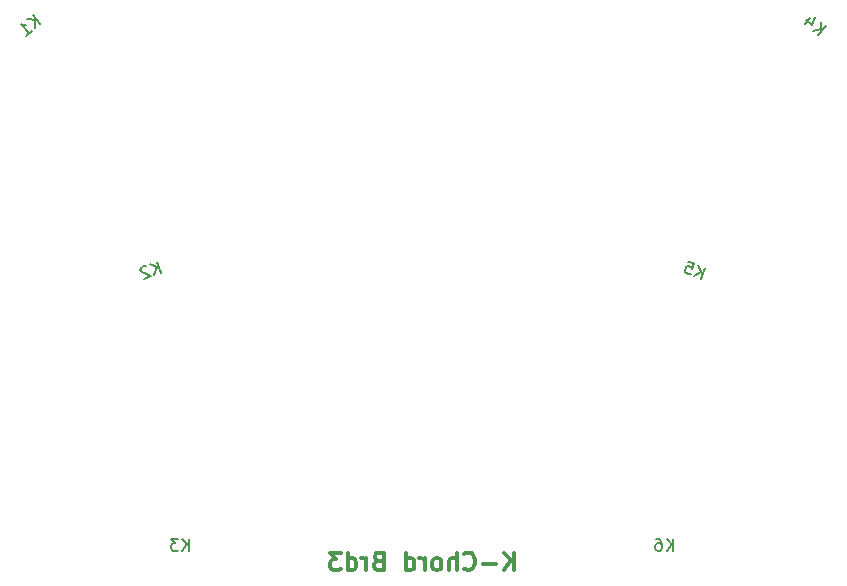
<source format=gbr>
G04 #@! TF.GenerationSoftware,KiCad,Pcbnew,(5.1.2)-2*
G04 #@! TF.CreationDate,2019-07-07T18:02:28+10:00*
G04 #@! TF.ProjectId,Center_Micro,43656e74-6572-45f4-9d69-63726f2e6b69,rev?*
G04 #@! TF.SameCoordinates,Original*
G04 #@! TF.FileFunction,Legend,Bot*
G04 #@! TF.FilePolarity,Positive*
%FSLAX46Y46*%
G04 Gerber Fmt 4.6, Leading zero omitted, Abs format (unit mm)*
G04 Created by KiCad (PCBNEW (5.1.2)-2) date 2019-07-07 18:02:28*
%MOMM*%
%LPD*%
G04 APERTURE LIST*
%ADD10C,0.300000*%
%ADD11C,0.200000*%
G04 APERTURE END LIST*
D10*
X157750000Y-93428571D02*
X157750000Y-91928571D01*
X156892857Y-93428571D02*
X157535714Y-92571428D01*
X156892857Y-91928571D02*
X157750000Y-92785714D01*
X156250000Y-92857142D02*
X155107142Y-92857142D01*
X153535714Y-93285714D02*
X153607142Y-93357142D01*
X153821428Y-93428571D01*
X153964285Y-93428571D01*
X154178571Y-93357142D01*
X154321428Y-93214285D01*
X154392857Y-93071428D01*
X154464285Y-92785714D01*
X154464285Y-92571428D01*
X154392857Y-92285714D01*
X154321428Y-92142857D01*
X154178571Y-92000000D01*
X153964285Y-91928571D01*
X153821428Y-91928571D01*
X153607142Y-92000000D01*
X153535714Y-92071428D01*
X152892857Y-93428571D02*
X152892857Y-91928571D01*
X152250000Y-93428571D02*
X152250000Y-92642857D01*
X152321428Y-92500000D01*
X152464285Y-92428571D01*
X152678571Y-92428571D01*
X152821428Y-92500000D01*
X152892857Y-92571428D01*
X151321428Y-93428571D02*
X151464285Y-93357142D01*
X151535714Y-93285714D01*
X151607142Y-93142857D01*
X151607142Y-92714285D01*
X151535714Y-92571428D01*
X151464285Y-92500000D01*
X151321428Y-92428571D01*
X151107142Y-92428571D01*
X150964285Y-92500000D01*
X150892857Y-92571428D01*
X150821428Y-92714285D01*
X150821428Y-93142857D01*
X150892857Y-93285714D01*
X150964285Y-93357142D01*
X151107142Y-93428571D01*
X151321428Y-93428571D01*
X150178571Y-93428571D02*
X150178571Y-92428571D01*
X150178571Y-92714285D02*
X150107142Y-92571428D01*
X150035714Y-92500000D01*
X149892857Y-92428571D01*
X149750000Y-92428571D01*
X148607142Y-93428571D02*
X148607142Y-91928571D01*
X148607142Y-93357142D02*
X148750000Y-93428571D01*
X149035714Y-93428571D01*
X149178571Y-93357142D01*
X149250000Y-93285714D01*
X149321428Y-93142857D01*
X149321428Y-92714285D01*
X149250000Y-92571428D01*
X149178571Y-92500000D01*
X149035714Y-92428571D01*
X148750000Y-92428571D01*
X148607142Y-92500000D01*
X146250000Y-92642857D02*
X146035714Y-92714285D01*
X145964285Y-92785714D01*
X145892857Y-92928571D01*
X145892857Y-93142857D01*
X145964285Y-93285714D01*
X146035714Y-93357142D01*
X146178571Y-93428571D01*
X146750000Y-93428571D01*
X146750000Y-91928571D01*
X146250000Y-91928571D01*
X146107142Y-92000000D01*
X146035714Y-92071428D01*
X145964285Y-92214285D01*
X145964285Y-92357142D01*
X146035714Y-92500000D01*
X146107142Y-92571428D01*
X146250000Y-92642857D01*
X146750000Y-92642857D01*
X145250000Y-93428571D02*
X145250000Y-92428571D01*
X145250000Y-92714285D02*
X145178571Y-92571428D01*
X145107142Y-92500000D01*
X144964285Y-92428571D01*
X144821428Y-92428571D01*
X143678571Y-93428571D02*
X143678571Y-91928571D01*
X143678571Y-93357142D02*
X143821428Y-93428571D01*
X144107142Y-93428571D01*
X144250000Y-93357142D01*
X144321428Y-93285714D01*
X144392857Y-93142857D01*
X144392857Y-92714285D01*
X144321428Y-92571428D01*
X144250000Y-92500000D01*
X144107142Y-92428571D01*
X143821428Y-92428571D01*
X143678571Y-92500000D01*
X143107142Y-91928571D02*
X142178571Y-91928571D01*
X142678571Y-92500000D01*
X142464285Y-92500000D01*
X142321428Y-92571428D01*
X142250000Y-92642857D01*
X142178571Y-92785714D01*
X142178571Y-93142857D01*
X142250000Y-93285714D01*
X142321428Y-93357142D01*
X142464285Y-93428571D01*
X142892857Y-93428571D01*
X143035714Y-93357142D01*
X143107142Y-93285714D01*
D11*
X117631755Y-47179885D02*
X116988968Y-46413840D01*
X117194015Y-47547192D02*
X117155013Y-46833972D01*
X116551228Y-46781148D02*
X117356275Y-46851580D01*
X116464449Y-48159371D02*
X116902189Y-47792064D01*
X116683319Y-47975717D02*
X116040532Y-47209673D01*
X116205315Y-47257890D01*
X116339489Y-47269629D01*
X116443055Y-47244889D01*
X127825149Y-68230248D02*
X127483128Y-67290555D01*
X127288181Y-68425688D02*
X127495467Y-67742141D01*
X126946161Y-67485996D02*
X127678568Y-67827523D01*
X126620756Y-67705783D02*
X126559722Y-67677323D01*
X126453941Y-67665149D01*
X126230205Y-67746582D01*
X126156997Y-67823903D01*
X126128536Y-67884937D01*
X126116363Y-67990718D01*
X126148936Y-68080213D01*
X126242543Y-68198168D01*
X126974950Y-68539695D01*
X126393236Y-68751422D01*
X130238095Y-91770380D02*
X130238095Y-90770380D01*
X129666666Y-91770380D02*
X130095238Y-91198952D01*
X129666666Y-90770380D02*
X130238095Y-91341809D01*
X129333333Y-90770380D02*
X128714285Y-90770380D01*
X129047619Y-91151333D01*
X128904761Y-91151333D01*
X128809523Y-91198952D01*
X128761904Y-91246571D01*
X128714285Y-91341809D01*
X128714285Y-91579904D01*
X128761904Y-91675142D01*
X128809523Y-91722761D01*
X128904761Y-91770380D01*
X129190476Y-91770380D01*
X129285714Y-91722761D01*
X129333333Y-91675142D01*
X183499071Y-48128762D02*
X184141859Y-47362717D01*
X183061332Y-47761455D02*
X183756944Y-47599195D01*
X183704119Y-46995410D02*
X183774552Y-47800457D01*
X182833247Y-46699798D02*
X182404722Y-47210494D01*
X183260510Y-46561016D02*
X182983768Y-47261235D01*
X182509550Y-46863319D01*
X173562016Y-68735135D02*
X173904036Y-67795442D01*
X173025049Y-68539695D02*
X173623214Y-68149308D01*
X173367069Y-67600002D02*
X173708596Y-68332410D01*
X172516871Y-67290555D02*
X172964343Y-67453422D01*
X172846224Y-67917182D01*
X172817763Y-67856148D01*
X172744555Y-67778827D01*
X172520819Y-67697394D01*
X172415038Y-67709568D01*
X172354004Y-67738028D01*
X172276683Y-67811236D01*
X172195250Y-68034972D01*
X172207424Y-68140754D01*
X172235884Y-68201788D01*
X172309092Y-68279108D01*
X172532829Y-68360541D01*
X172638610Y-68348368D01*
X172699644Y-68319907D01*
X171238095Y-91770380D02*
X171238095Y-90770380D01*
X170666666Y-91770380D02*
X171095238Y-91198952D01*
X170666666Y-90770380D02*
X171238095Y-91341809D01*
X169809523Y-90770380D02*
X170000000Y-90770380D01*
X170095238Y-90818000D01*
X170142857Y-90865619D01*
X170238095Y-91008476D01*
X170285714Y-91198952D01*
X170285714Y-91579904D01*
X170238095Y-91675142D01*
X170190476Y-91722761D01*
X170095238Y-91770380D01*
X169904761Y-91770380D01*
X169809523Y-91722761D01*
X169761904Y-91675142D01*
X169714285Y-91579904D01*
X169714285Y-91341809D01*
X169761904Y-91246571D01*
X169809523Y-91198952D01*
X169904761Y-91151333D01*
X170095238Y-91151333D01*
X170190476Y-91198952D01*
X170238095Y-91246571D01*
X170285714Y-91341809D01*
M02*

</source>
